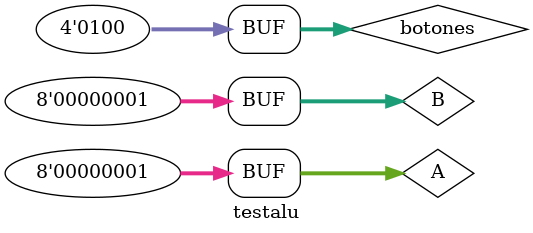
<source format=sv>
`timescale 1ns / 1ps


module testalu(
    );
    logic [7:0]A,B,salida;
    logic [3:0]botones;
    logic invalido;
    alu U0(.A(A),.B(B),.botones(botones),.salida(salida),.invalido(invalido));
    initial begin
    A = 8'b00000001;
    B = 8'b00000001;
    botones = 4'b1000;
    #5
    botones = 4'b0100;
    
    end
endmodule

</source>
